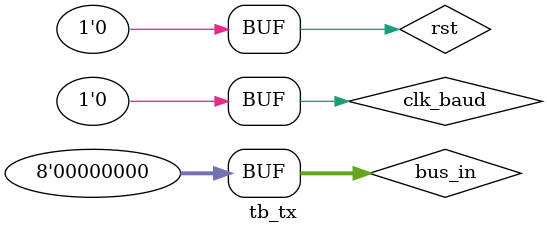
<source format=v>
`timescale 1ns/1ps
`include "uart_tx.v"
/*
uart_tx模块测试文件
波特率9600，T=104166.6ns
rst复位高电平有效
*/
module tb_tx ();

    //localparam T = 104166;
    localparam T = 16;

    reg rst;
    reg clk_baud;
    reg [7:0] bus_in;

    wire serial_out;

    initial begin
        rst = 1'b0;
        clk_baud = 1'b0;
        bus_in = 8'b0;
    end

    initial begin
        repeat(2*50)
        #(T/2)  clk_baud = ~clk_baud;
    end

    initial begin
        rst = 1'b1;  #T  // 1
        rst = 1'b0;  #(T*23)
        rst = 1'b0;  #T  // 25
        rst = 1'b0;
    end

    initial begin
        bus_in = 8'b0;  #(T*4)
        bus_in = 8'b10011001;  #(1.5*T)  // 5
        bus_in = 8'b0;  #(T*11)
        bus_in = 8'b0;  #(T*3) 
        bus_in = 8'b01100010;  #T  // 20
        bus_in = 8'b0;
    end

    uart_tx_moore     tb_tx_ins(
        .rst            (rst),
        .clk_baud       (clk_baud),
        .bus_in         (bus_in),
        .serial_out     (serial_out)
    );

    initial begin
        $dumpfile("wave_tx.vcd");
        $dumpvars(0,tb_tx);
    end

endmodule
</source>
